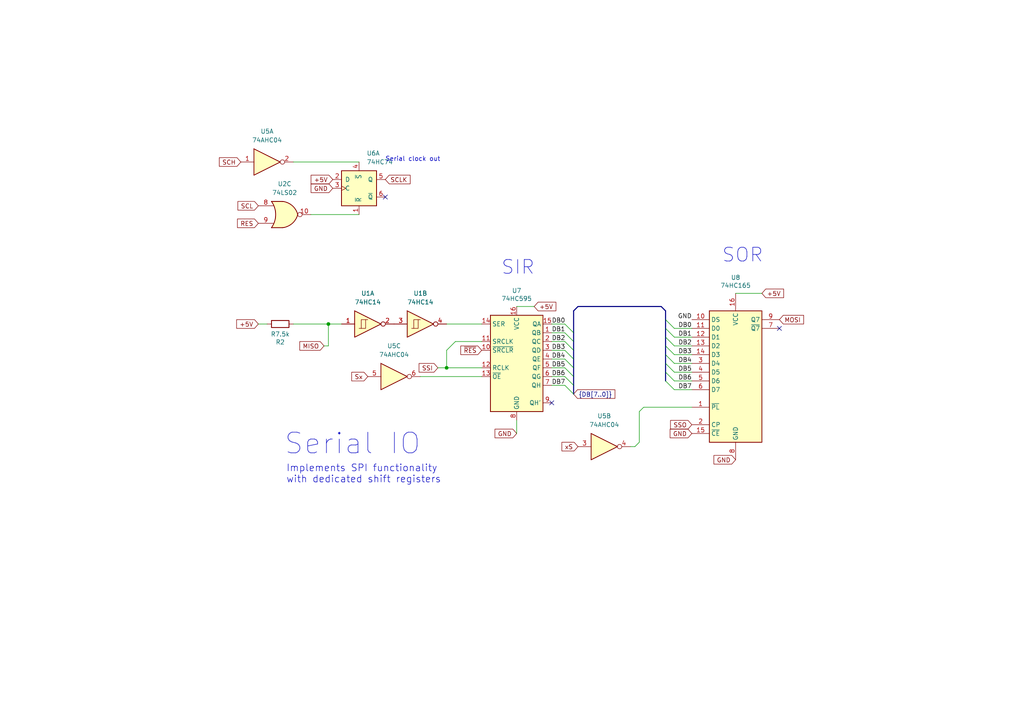
<source format=kicad_sch>
(kicad_sch (version 20231120) (generator "eeschema") (generator_version "8.0")
  (paper "A4")
  (title_block (title "Myth Microcontroller Project") (date "2024-09-19") (rev "1") (company "Picwok.com") (comment 1 "Project Contact: mim@ok-schalter.de (Michael)") (comment 2 "Author: Copyr. 2024 Michael Mangelsdorf/Dosflange@github") (comment 3 "Input-Output Module") (comment 4 "Serial IO"))
  (lib_symbols
    (symbol "74xx:74AHC04"
      (property "Reference" "U" (at 0 1.27 0))
      (property "Value" "74AHC04" (at 0 -1.27 0))
      (symbol "74AHC04_1_0"
        (polyline (pts (xy -3.81 3.81) (xy -3.81 -3.81) (xy 3.81 0) (xy -3.81 3.81)) (stroke (width 0.254)) (fill (type background)))
        (pin input line (at -7.62 0 0) (length 3.81) (name "~") (number "1"))
        (pin output inverted (at 7.62 0 180) (length 3.81) (name "~") (number "2"))
      )
      (symbol "74AHC04_2_0"
        (polyline (pts (xy -3.81 3.81) (xy -3.81 -3.81) (xy 3.81 0) (xy -3.81 3.81)) (stroke (width 0.254)) (fill (type background)))
        (pin input line (at -7.62 0 0) (length 3.81) (name "~") (number "3"))
        (pin output inverted (at 7.62 0 180) (length 3.81) (name "~") (number "4"))
      )
      (symbol "74AHC04_3_0"
        (polyline (pts (xy -3.81 3.81) (xy -3.81 -3.81) (xy 3.81 0) (xy -3.81 3.81)) (stroke (width 0.254)) (fill (type background)))
        (pin input line (at -7.62 0 0) (length 3.81) (name "~") (number "5"))
        (pin output inverted (at 7.62 0 180) (length 3.81) (name "~") (number "6"))
      )
      (symbol "74AHC04_4_0"
        (polyline (pts (xy -3.81 3.81) (xy -3.81 -3.81) (xy 3.81 0) (xy -3.81 3.81)) (stroke (width 0.254)) (fill (type background)))
        (pin output inverted (at 7.62 0 180) (length 3.81) (name "~") (number "8"))
        (pin input line (at -7.62 0 0) (length 3.81) (name "~") (number "9"))
      )
      (symbol "74AHC04_5_0"
        (polyline (pts (xy -3.81 3.81) (xy -3.81 -3.81) (xy 3.81 0) (xy -3.81 3.81)) (stroke (width 0.254)) (fill (type background)))
        (pin output inverted (at 7.62 0 180) (length 3.81) (name "~") (number "10"))
        (pin input line (at -7.62 0 0) (length 3.81) (name "~") (number "11"))
      )
      (symbol "74AHC04_6_0"
        (polyline (pts (xy -3.81 3.81) (xy -3.81 -3.81) (xy 3.81 0) (xy -3.81 3.81)) (stroke (width 0.254)) (fill (type background)))
        (pin output inverted (at 7.62 0 180) (length 3.81) (name "~") (number "12"))
        (pin input line (at -7.62 0 0) (length 3.81) (name "~") (number "13"))
      )
      (symbol "74AHC04_7_0"
        (pin power_in line (at 0 12.7 270) (length 5.08) (name "VCC") (number "14"))
        (pin power_in line (at 0 -12.7 90) (length 5.08) (name "GND") (number "7"))
      )
      (symbol "74AHC04_7_1"
        (rectangle (start -5.08 7.62) (end 5.08 -7.62) (stroke (width 0.254)) (fill (type background)))
      )
    )
    (symbol "74xx:74HC14" (pin_names (offset 1.016))
      (property "Reference" "U" (at 0 1.27 0))
      (property "Value" "74HC14" (at 0 -1.27 0))
      (symbol "74HC14_1_0"
        (polyline (pts (xy -3.81 3.81) (xy -3.81 -3.81) (xy 3.81 0) (xy -3.81 3.81)) (stroke (width 0.254)) (fill (type background)))
        (pin input line (at -7.62 0 0) (length 3.81) (name "~") (number "1"))
        (pin output inverted (at 7.62 0 180) (length 3.81) (name "~") (number "2"))
      )
      (symbol "74HC14_1_1"
        (polyline (pts (xy -1.905 -1.27) (xy -1.905 1.27) (xy -0.635 1.27)))
        (polyline (pts (xy -2.54 -1.27) (xy -0.635 -1.27) (xy -0.635 1.27) (xy 0 1.27)))
      )
      (symbol "74HC14_2_0"
        (polyline (pts (xy -3.81 3.81) (xy -3.81 -3.81) (xy 3.81 0) (xy -3.81 3.81)) (stroke (width 0.254)) (fill (type background)))
        (pin input line (at -7.62 0 0) (length 3.81) (name "~") (number "3"))
        (pin output inverted (at 7.62 0 180) (length 3.81) (name "~") (number "4"))
      )
      (symbol "74HC14_2_1"
        (polyline (pts (xy -1.905 -1.27) (xy -1.905 1.27) (xy -0.635 1.27)))
        (polyline (pts (xy -2.54 -1.27) (xy -0.635 -1.27) (xy -0.635 1.27) (xy 0 1.27)))
      )
      (symbol "74HC14_3_0"
        (polyline (pts (xy -3.81 3.81) (xy -3.81 -3.81) (xy 3.81 0) (xy -3.81 3.81)) (stroke (width 0.254)) (fill (type background)))
        (pin input line (at -7.62 0 0) (length 3.81) (name "~") (number "5"))
        (pin output inverted (at 7.62 0 180) (length 3.81) (name "~") (number "6"))
      )
      (symbol "74HC14_3_1"
        (polyline (pts (xy -1.905 -1.27) (xy -1.905 1.27) (xy -0.635 1.27)))
        (polyline (pts (xy -2.54 -1.27) (xy -0.635 -1.27) (xy -0.635 1.27) (xy 0 1.27)))
      )
      (symbol "74HC14_4_0"
        (polyline (pts (xy -3.81 3.81) (xy -3.81 -3.81) (xy 3.81 0) (xy -3.81 3.81)) (stroke (width 0.254)) (fill (type background)))
        (pin output inverted (at 7.62 0 180) (length 3.81) (name "~") (number "8"))
        (pin input line (at -7.62 0 0) (length 3.81) (name "~") (number "9"))
      )
      (symbol "74HC14_4_1"
        (polyline (pts (xy -1.905 -1.27) (xy -1.905 1.27) (xy -0.635 1.27)))
        (polyline (pts (xy -2.54 -1.27) (xy -0.635 -1.27) (xy -0.635 1.27) (xy 0 1.27)))
      )
      (symbol "74HC14_5_0"
        (polyline (pts (xy -3.81 3.81) (xy -3.81 -3.81) (xy 3.81 0) (xy -3.81 3.81)) (stroke (width 0.254)) (fill (type background)))
        (pin output inverted (at 7.62 0 180) (length 3.81) (name "~") (number "10"))
        (pin input line (at -7.62 0 0) (length 3.81) (name "~") (number "11"))
      )
      (symbol "74HC14_5_1"
        (polyline (pts (xy -1.905 -1.27) (xy -1.905 1.27) (xy -0.635 1.27)))
        (polyline (pts (xy -2.54 -1.27) (xy -0.635 -1.27) (xy -0.635 1.27) (xy 0 1.27)))
      )
      (symbol "74HC14_6_0"
        (polyline (pts (xy -3.81 3.81) (xy -3.81 -3.81) (xy 3.81 0) (xy -3.81 3.81)) (stroke (width 0.254)) (fill (type background)))
        (pin output inverted (at 7.62 0 180) (length 3.81) (name "~") (number "12"))
        (pin input line (at -7.62 0 0) (length 3.81) (name "~") (number "13"))
      )
      (symbol "74HC14_6_1"
        (polyline (pts (xy -1.905 -1.27) (xy -1.905 1.27) (xy -0.635 1.27)))
        (polyline (pts (xy -2.54 -1.27) (xy -0.635 -1.27) (xy -0.635 1.27) (xy 0 1.27)))
      )
      (symbol "74HC14_7_0"
        (pin power_in line (at 0 12.7 270) (length 5.08) (name "VCC") (number "14"))
        (pin power_in line (at 0 -12.7 90) (length 5.08) (name "GND") (number "7"))
      )
      (symbol "74HC14_7_1"
        (rectangle (start -5.08 7.62) (end 5.08 -7.62) (stroke (width 0.254)) (fill (type background)))
      )
    )
    (symbol "74xx:74HC165"
      (property "Reference" "U" (at -7.62 19.05 0))
      (property "Value" "74HC165" (at -7.62 -21.59 0))
      (symbol "74HC165_1_0"
        (pin input line (at -12.7 -10.16 0) (length 5.08) (name "~{PL}") (number "1"))
        (pin input line (at -12.7 15.24 0) (length 5.08) (name "DS") (number "10"))
        (pin input line (at -12.7 12.7 0) (length 5.08) (name "D0") (number "11"))
        (pin input line (at -12.7 10.16 0) (length 5.08) (name "D1") (number "12"))
        (pin input line (at -12.7 7.62 0) (length 5.08) (name "D2") (number "13"))
        (pin input line (at -12.7 5.08 0) (length 5.08) (name "D3") (number "14"))
        (pin input line (at -12.7 -17.78 0) (length 5.08) (name "~{CE}") (number "15"))
        (pin power_in line (at 0 22.86 270) (length 5.08) (name "VCC") (number "16"))
        (pin input line (at -12.7 -15.24 0) (length 5.08) (name "CP") (number "2"))
        (pin input line (at -12.7 2.54 0) (length 5.08) (name "D4") (number "3"))
        (pin input line (at -12.7 0 0) (length 5.08) (name "D5") (number "4"))
        (pin input line (at -12.7 -2.54 0) (length 5.08) (name "D6") (number "5"))
        (pin input line (at -12.7 -5.08 0) (length 5.08) (name "D7") (number "6"))
        (pin output line (at 12.7 12.7 180) (length 5.08) (name "~{Q7}") (number "7"))
        (pin power_in line (at 0 -25.4 90) (length 5.08) (name "GND") (number "8"))
        (pin output line (at 12.7 15.24 180) (length 5.08) (name "Q7") (number "9"))
      )
      (symbol "74HC165_1_1"
        (rectangle (start -7.62 17.78) (end 7.62 -20.32) (stroke (width 0.254)) (fill (type background)))
      )
    )
    (symbol "74xx:74HC595"
      (property "Reference" "U" (at -7.62 13.97 0))
      (property "Value" "74HC595" (at -7.62 -16.51 0))
      (symbol "74HC595_1_0"
        (pin tri_state line (at 10.16 7.62 180) (length 2.54) (name "QB") (number "1"))
        (pin input line (at -10.16 2.54 0) (length 2.54) (name "~{SRCLR}") (number "10"))
        (pin input line (at -10.16 5.08 0) (length 2.54) (name "SRCLK") (number "11"))
        (pin input line (at -10.16 -2.54 0) (length 2.54) (name "RCLK") (number "12"))
        (pin input line (at -10.16 -5.08 0) (length 2.54) (name "~{OE}") (number "13"))
        (pin input line (at -10.16 10.16 0) (length 2.54) (name "SER") (number "14"))
        (pin tri_state line (at 10.16 10.16 180) (length 2.54) (name "QA") (number "15"))
        (pin power_in line (at 0 15.24 270) (length 2.54) (name "VCC") (number "16"))
        (pin tri_state line (at 10.16 5.08 180) (length 2.54) (name "QC") (number "2"))
        (pin tri_state line (at 10.16 2.54 180) (length 2.54) (name "QD") (number "3"))
        (pin tri_state line (at 10.16 0 180) (length 2.54) (name "QE") (number "4"))
        (pin tri_state line (at 10.16 -2.54 180) (length 2.54) (name "QF") (number "5"))
        (pin tri_state line (at 10.16 -5.08 180) (length 2.54) (name "QG") (number "6"))
        (pin tri_state line (at 10.16 -7.62 180) (length 2.54) (name "QH") (number "7"))
        (pin power_in line (at 0 -17.78 90) (length 2.54) (name "GND") (number "8"))
        (pin output line (at 10.16 -12.7 180) (length 2.54) (name "QH'") (number "9"))
      )
      (symbol "74HC595_1_1"
        (rectangle (start -7.62 12.7) (end 7.62 -15.24) (stroke (width 0.254)) (fill (type background)))
      )
    )
    (symbol "74xx:74HC74" (pin_names (offset 1.016))
      (property "Reference" "U" (at -7.62 8.89 0))
      (property "Value" "74HC74" (at -7.62 -8.89 0))
      (symbol "74HC74_1_0"
        (pin input line (at 0 -7.62 90) (length 2.54) (name "~{R}") (number "1"))
        (pin input line (at -7.62 2.54 0) (length 2.54) (name "D") (number "2"))
        (pin input clock (at -7.62 0 0) (length 2.54) (name "C") (number "3"))
        (pin input line (at 0 7.62 270) (length 2.54) (name "~{S}") (number "4"))
        (pin output line (at 7.62 2.54 180) (length 2.54) (name "Q") (number "5"))
        (pin output line (at 7.62 -2.54 180) (length 2.54) (name "~{Q}") (number "6"))
      )
      (symbol "74HC74_1_1"
        (rectangle (start -5.08 5.08) (end 5.08 -5.08) (stroke (width 0.254)) (fill (type background)))
      )
      (symbol "74HC74_2_0"
        (pin input line (at 0 7.62 270) (length 2.54) (name "~{S}") (number "10"))
        (pin input clock (at -7.62 0 0) (length 2.54) (name "C") (number "11"))
        (pin input line (at -7.62 2.54 0) (length 2.54) (name "D") (number "12"))
        (pin input line (at 0 -7.62 90) (length 2.54) (name "~{R}") (number "13"))
        (pin output line (at 7.62 -2.54 180) (length 2.54) (name "~{Q}") (number "8"))
        (pin output line (at 7.62 2.54 180) (length 2.54) (name "Q") (number "9"))
      )
      (symbol "74HC74_2_1"
        (rectangle (start -5.08 5.08) (end 5.08 -5.08) (stroke (width 0.254)) (fill (type background)))
      )
      (symbol "74HC74_3_0"
        (pin power_in line (at 0 10.16 270) (length 2.54) (name "VCC") (number "14"))
        (pin power_in line (at 0 -10.16 90) (length 2.54) (name "GND") (number "7"))
      )
      (symbol "74HC74_3_1"
        (rectangle (start -5.08 7.62) (end 5.08 -7.62) (stroke (width 0.254)) (fill (type background)))
      )
    )
    (symbol "74xx:74LS02" (pin_names (offset 1.016))
      (property "Reference" "U" (at 0 1.27 0))
      (property "Value" "74LS02" (at 0 -1.27 0))
      (symbol "74LS02_1_1"
        (arc (start -3.81 -3.81) (mid -2.589 0) (end -3.81 3.81) (stroke (width 0.254)))
        (arc (start -0.6096 -3.81) (mid 2.1855 -2.584) (end 3.81 0) (stroke (width 0.254)) (fill (type background)))
        (polyline (pts (xy -3.81 -3.81) (xy -0.635 -3.81)) (stroke (width 0.254)) (fill (type background)))
        (polyline (pts (xy -3.81 3.81) (xy -0.635 3.81)) (stroke (width 0.254)) (fill (type background)))
        (polyline (pts (xy -0.635 3.81) (xy -3.81 3.81) (xy -3.81 3.81) (xy -3.556 3.4036) (xy -3.0226 2.2606) (xy -2.6924 1.0414) (xy -2.6162 -0.254) (xy -2.7686 -1.4986) (xy -3.175 -2.7178) (xy -3.81 -3.81) (xy -3.81 -3.81) (xy -0.635 -3.81)) (stroke (width -25.4)) (fill (type background)))
        (arc (start 3.81 0) (mid 2.1928 2.5925) (end -0.6096 3.81) (stroke (width 0.254)) (fill (type background)))
        (pin output inverted (at 7.62 0 180) (length 3.81) (name "~") (number "1"))
        (pin input line (at -7.62 2.54 0) (length 4.318) (name "~") (number "2"))
        (pin input line (at -7.62 -2.54 0) (length 4.318) (name "~") (number "3"))
      )
      (symbol "74LS02_1_2"
        (arc (start 0 -3.81) (mid 3.7934 0) (end 0 3.81) (stroke (width 0.254)) (fill (type background)))
        (polyline (pts (xy 0 3.81) (xy -3.81 3.81) (xy -3.81 -3.81) (xy 0 -3.81)) (stroke (width 0.254)) (fill (type background)))
        (pin output line (at 7.62 0 180) (length 3.81) (name "~") (number "1"))
        (pin input inverted (at -7.62 2.54 0) (length 3.81) (name "~") (number "2"))
        (pin input inverted (at -7.62 -2.54 0) (length 3.81) (name "~") (number "3"))
      )
      (symbol "74LS02_2_1"
        (arc (start -3.81 -3.81) (mid -2.589 0) (end -3.81 3.81) (stroke (width 0.254)))
        (arc (start -0.6096 -3.81) (mid 2.1855 -2.584) (end 3.81 0) (stroke (width 0.254)) (fill (type background)))
        (polyline (pts (xy -3.81 -3.81) (xy -0.635 -3.81)) (stroke (width 0.254)) (fill (type background)))
        (polyline (pts (xy -3.81 3.81) (xy -0.635 3.81)) (stroke (width 0.254)) (fill (type background)))
        (polyline (pts (xy -0.635 3.81) (xy -3.81 3.81) (xy -3.81 3.81) (xy -3.556 3.4036) (xy -3.0226 2.2606) (xy -2.6924 1.0414) (xy -2.6162 -0.254) (xy -2.7686 -1.4986) (xy -3.175 -2.7178) (xy -3.81 -3.81) (xy -3.81 -3.81) (xy -0.635 -3.81)) (stroke (width -25.4)) (fill (type background)))
        (arc (start 3.81 0) (mid 2.1928 2.5925) (end -0.6096 3.81) (stroke (width 0.254)) (fill (type background)))
        (pin output inverted (at 7.62 0 180) (length 3.81) (name "~") (number "4"))
        (pin input line (at -7.62 2.54 0) (length 4.318) (name "~") (number "5"))
        (pin input line (at -7.62 -2.54 0) (length 4.318) (name "~") (number "6"))
      )
      (symbol "74LS02_2_2"
        (arc (start 0 -3.81) (mid 3.7934 0) (end 0 3.81) (stroke (width 0.254)) (fill (type background)))
        (polyline (pts (xy 0 3.81) (xy -3.81 3.81) (xy -3.81 -3.81) (xy 0 -3.81)) (stroke (width 0.254)) (fill (type background)))
        (pin output line (at 7.62 0 180) (length 3.81) (name "~") (number "4"))
        (pin input inverted (at -7.62 2.54 0) (length 3.81) (name "~") (number "5"))
        (pin input inverted (at -7.62 -2.54 0) (length 3.81) (name "~") (number "6"))
      )
      (symbol "74LS02_3_1"
        (arc (start -3.81 -3.81) (mid -2.589 0) (end -3.81 3.81) (stroke (width 0.254)))
        (arc (start -0.6096 -3.81) (mid 2.1855 -2.584) (end 3.81 0) (stroke (width 0.254)) (fill (type background)))
        (polyline (pts (xy -3.81 -3.81) (xy -0.635 -3.81)) (stroke (width 0.254)) (fill (type background)))
        (polyline (pts (xy -3.81 3.81) (xy -0.635 3.81)) (stroke (width 0.254)) (fill (type background)))
        (polyline (pts (xy -0.635 3.81) (xy -3.81 3.81) (xy -3.81 3.81) (xy -3.556 3.4036) (xy -3.0226 2.2606) (xy -2.6924 1.0414) (xy -2.6162 -0.254) (xy -2.7686 -1.4986) (xy -3.175 -2.7178) (xy -3.81 -3.81) (xy -3.81 -3.81) (xy -0.635 -3.81)) (stroke (width -25.4)) (fill (type background)))
        (arc (start 3.81 0) (mid 2.1928 2.5925) (end -0.6096 3.81) (stroke (width 0.254)) (fill (type background)))
        (pin output inverted (at 7.62 0 180) (length 3.81) (name "~") (number "10"))
        (pin input line (at -7.62 2.54 0) (length 4.318) (name "~") (number "8"))
        (pin input line (at -7.62 -2.54 0) (length 4.318) (name "~") (number "9"))
      )
      (symbol "74LS02_3_2"
        (arc (start 0 -3.81) (mid 3.7934 0) (end 0 3.81) (stroke (width 0.254)) (fill (type background)))
        (polyline (pts (xy 0 3.81) (xy -3.81 3.81) (xy -3.81 -3.81) (xy 0 -3.81)) (stroke (width 0.254)) (fill (type background)))
        (pin output line (at 7.62 0 180) (length 3.81) (name "~") (number "10"))
        (pin input inverted (at -7.62 2.54 0) (length 3.81) (name "~") (number "8"))
        (pin input inverted (at -7.62 -2.54 0) (length 3.81) (name "~") (number "9"))
      )
      (symbol "74LS02_4_1"
        (arc (start -3.81 -3.81) (mid -2.589 0) (end -3.81 3.81) (stroke (width 0.254)))
        (arc (start -0.6096 -3.81) (mid 2.1855 -2.584) (end 3.81 0) (stroke (width 0.254)) (fill (type background)))
        (polyline (pts (xy -3.81 -3.81) (xy -0.635 -3.81)) (stroke (width 0.254)) (fill (type background)))
        (polyline (pts (xy -3.81 3.81) (xy -0.635 3.81)) (stroke (width 0.254)) (fill (type background)))
        (polyline (pts (xy -0.635 3.81) (xy -3.81 3.81) (xy -3.81 3.81) (xy -3.556 3.4036) (xy -3.0226 2.2606) (xy -2.6924 1.0414) (xy -2.6162 -0.254) (xy -2.7686 -1.4986) (xy -3.175 -2.7178) (xy -3.81 -3.81) (xy -3.81 -3.81) (xy -0.635 -3.81)) (stroke (width -25.4)) (fill (type background)))
        (arc (start 3.81 0) (mid 2.1928 2.5925) (end -0.6096 3.81) (stroke (width 0.254)) (fill (type background)))
        (pin input line (at -7.62 2.54 0) (length 4.318) (name "~") (number "11"))
        (pin input line (at -7.62 -2.54 0) (length 4.318) (name "~") (number "12"))
        (pin output inverted (at 7.62 0 180) (length 3.81) (name "~") (number "13"))
      )
      (symbol "74LS02_4_2"
        (arc (start 0 -3.81) (mid 3.7934 0) (end 0 3.81) (stroke (width 0.254)) (fill (type background)))
        (polyline (pts (xy 0 3.81) (xy -3.81 3.81) (xy -3.81 -3.81) (xy 0 -3.81)) (stroke (width 0.254)) (fill (type background)))
        (pin input inverted (at -7.62 2.54 0) (length 3.81) (name "~") (number "11"))
        (pin input inverted (at -7.62 -2.54 0) (length 3.81) (name "~") (number "12"))
        (pin output line (at 7.62 0 180) (length 3.81) (name "~") (number "13"))
      )
      (symbol "74LS02_5_0"
        (pin power_in line (at 0 12.7 270) (length 5.08) (name "VCC") (number "14"))
        (pin power_in line (at 0 -12.7 90) (length 5.08) (name "GND") (number "7"))
      )
      (symbol "74LS02_5_1"
        (rectangle (start -5.08 7.62) (end 5.08 -7.62) (stroke (width 0.254)) (fill (type background)))
      )
    )
    (symbol "Device:R" (pin_numbers hide) (pin_names (offset 0))
      (property "Reference" "R" (at 2.032 0 90))
      (property "Value" "R" (at 0 0 90))
      (symbol "R_0_1"
        (rectangle (start -1.016 -2.54) (end 1.016 2.54) (stroke (width 0.254)))
      )
      (symbol "R_1_1"
        (pin passive line (at 0 3.81 270) (length 1.27) (name "~") (number "1"))
        (pin passive line (at 0 -3.81 90) (length 1.27) (name "~") (number "2"))
      )
    )
  )
  (junction (at 129.54 106.68))
  (junction (at 95.25 93.98))
  (no_connect (at 226.06 95.25))
  (no_connect (at 111.76 57.15))
  (no_connect (at 160.02 116.84))
  (bus_entry (at 195.58 100.33) (size -2.54 -2.54))
  (bus_entry (at 195.58 102.87) (size -2.54 -2.54))
  (bus_entry (at 163.83 101.6) (size 2.54 2.54))
  (bus_entry (at 163.83 99.06) (size 2.54 2.54))
  (bus_entry (at 163.83 104.14) (size 2.54 2.54))
  (bus_entry (at 163.83 111.76) (size 2.54 2.54))
  (bus_entry (at 163.83 106.68) (size 2.54 2.54))
  (bus_entry (at 195.58 105.41) (size -2.54 -2.54))
  (bus_entry (at 195.58 97.79) (size -2.54 -2.54))
  (bus_entry (at 163.83 109.22) (size 2.54 2.54))
  (bus_entry (at 163.83 96.52) (size 2.54 2.54))
  (bus_entry (at 163.83 93.98) (size 2.54 2.54))
  (bus_entry (at 195.58 113.03) (size -2.54 -2.54))
  (bus_entry (at 195.58 107.95) (size -2.54 -2.54))
  (bus_entry (at 195.58 110.49) (size -2.54 -2.54))
  (bus_entry (at 195.58 95.25) (size -2.54 -2.54))
  (bus (pts (xy 166.37 104.14) (xy 166.37 106.68)))
  (wire (pts (xy 129.54 101.6) (xy 129.54 106.68)))
  (bus (pts (xy 166.37 90.17) (xy 167.64 88.9)))
  (bus (pts (xy 193.04 107.95) (xy 193.04 110.49)))
  (wire (pts (xy 127 106.68) (xy 129.54 106.68)))
  (bus (pts (xy 166.37 90.17) (xy 166.37 96.52)))
  (wire (pts (xy 77.47 93.98) (xy 74.93 93.98)))
  (wire (pts (xy 85.09 93.98) (xy 95.25 93.98)))
  (bus (pts (xy 166.37 106.68) (xy 166.37 109.22)))
  (wire (pts (xy 182.88 129.54) (xy 184.15 129.54)))
  (bus (pts (xy 193.04 102.87) (xy 193.04 105.41)))
  (bus (pts (xy 193.04 90.17) (xy 193.04 92.71)))
  (wire (pts (xy 185.42 128.27) (xy 184.15 129.54)))
  (bus (pts (xy 166.37 99.06) (xy 166.37 101.6)))
  (bus (pts (xy 166.37 96.52) (xy 166.37 99.06)))
  (wire (pts (xy 195.58 113.03) (xy 200.66 113.03)))
  (wire (pts (xy 195.58 107.95) (xy 200.66 107.95)))
  (wire (pts (xy 160.02 109.22) (xy 163.83 109.22)))
  (wire (pts (xy 200.66 118.11) (xy 186.69 118.11)))
  (wire (pts (xy 195.58 95.25) (xy 200.66 95.25)))
  (bus (pts (xy 166.37 111.76) (xy 166.37 114.3)))
  (wire (pts (xy 90.17 62.23) (xy 104.14 62.23)))
  (wire (pts (xy 160.02 104.14) (xy 163.83 104.14)))
  (wire (pts (xy 195.58 97.79) (xy 200.66 97.79)))
  (wire (pts (xy 95.25 93.98) (xy 99.06 93.98)))
  (wire (pts (xy 195.58 110.49) (xy 200.66 110.49)))
  (wire (pts (xy 195.58 100.33) (xy 200.66 100.33)))
  (wire (pts (xy 132.08 99.06) (xy 139.7 99.06)))
  (bus (pts (xy 191.77 88.9) (xy 193.04 90.17)))
  (bus (pts (xy 166.37 101.6) (xy 166.37 104.14)))
  (wire (pts (xy 160.02 106.68) (xy 163.83 106.68)))
  (wire (pts (xy 160.02 96.52) (xy 163.83 96.52)))
  (wire (pts (xy 220.98 85.09) (xy 213.36 85.09)))
  (wire (pts (xy 121.92 109.22) (xy 139.7 109.22)))
  (wire (pts (xy 93.98 100.33) (xy 95.25 100.33)))
  (wire (pts (xy 160.02 99.06) (xy 163.83 99.06)))
  (bus (pts (xy 193.04 92.71) (xy 193.04 95.25)))
  (wire (pts (xy 185.42 119.38) (xy 185.42 128.27)))
  (bus (pts (xy 193.04 105.41) (xy 193.04 107.95)))
  (bus (pts (xy 166.37 109.22) (xy 166.37 111.76)))
  (wire (pts (xy 95.25 100.33) (xy 95.25 93.98)))
  (wire (pts (xy 149.86 121.92) (xy 149.86 125.73)))
  (bus (pts (xy 167.64 88.9) (xy 191.77 88.9)))
  (wire (pts (xy 129.54 106.68) (xy 139.7 106.68)))
  (wire (pts (xy 160.02 93.98) (xy 163.83 93.98)))
  (wire (pts (xy 195.58 102.87) (xy 200.66 102.87)))
  (wire (pts (xy 195.58 105.41) (xy 200.66 105.41)))
  (wire (pts (xy 186.69 118.11) (xy 185.42 119.38)))
  (wire (pts (xy 160.02 101.6) (xy 163.83 101.6)))
  (wire (pts (xy 129.54 93.98) (xy 139.7 93.98)))
  (wire (pts (xy 149.86 88.9) (xy 154.94 88.9)))
  (bus (pts (xy 193.04 95.25) (xy 193.04 97.79)))
  (wire (pts (xy 160.02 111.76) (xy 163.83 111.76)))
  (wire (pts (xy 85.09 46.99) (xy 104.14 46.99)))
  (wire (pts (xy 132.08 99.06) (xy 129.54 101.6)))
  (bus (pts (xy 193.04 97.79) (xy 193.04 100.33)))
  (bus (pts (xy 193.04 100.33) (xy 193.04 102.87)))
  (text "SOR" (at 209.296 76.454 0) (effects (font (size 4 4)) (justify left bottom)))
  (text "Serial IO" (at 82.296 132.334 0) (effects (font (size 6 6)) (justify left bottom)))
  (text "Implements SPI functionality\nwith dedicated shift registers" (at 83.0072 140.2842 0) (effects (font (size 2 2)) (justify left bottom)))
  (text "SIR" (at 145.288 80.01 0) (effects (font (size 4 4)) (justify left bottom)))
  (text "Serial clock out" (at 111.76 46.99 0) (effects (font (size 1.2954 1.2954)) (justify left bottom)))
  (label "DB6" (at 160.02 109.22 0))
  (label "DB3" (at 200.66 102.87 180))
  (label "DB5" (at 200.66 107.95 180))
  (label "DB0" (at 160.02 93.98 0))
  (label "DB4" (at 200.66 105.41 180))
  (label "DB5" (at 160.02 106.68 0))
  (label "DB3" (at 160.02 101.6 0))
  (label "DB1" (at 200.66 97.79 180))
  (label "DB2" (at 200.66 100.33 180))
  (label "DB7" (at 200.66 113.03 180))
  (label "GND" (at 200.66 92.71 180))
  (label "DB7" (at 160.02 111.76 0))
  (label "DB0" (at 200.66 95.25 180))
  (label "DB1" (at 160.02 96.52 0))
  (label "DB6" (at 200.66 110.49 180))
  (label "DB2" (at 160.02 99.06 0))
  (label "DB4" (at 160.02 104.14 0))
  (global_label "MISO" (shape input) (at 93.98 100.33 180) (property "Intersheetrefs" "${INTERSHEET_REFS}" (effects (hide yes))))
  (global_label "{DB[7..0]}" (shape input) (at 166.37 114.3 0) (property "Intersheetrefs" "${INTERSHEET_REFS}" (effects (hide yes))))
  (global_label "GND" (shape input) (at 213.36 133.35 180) (property "Intersheetrefs" "${INTERSHEET_REFS}" (effects (hide yes))))
  (global_label "SCLK" (shape input) (at 111.76 52.07 0) (property "Intersheetrefs" "${INTERSHEET_REFS}" (effects (hide yes))))
  (global_label "SSO" (shape input) (at 200.66 123.19 180) (property "Intersheetrefs" "${INTERSHEET_REFS}" (effects (hide yes))))
  (global_label "+5V" (shape input) (at 154.94 88.9 0) (property "Intersheetrefs" "${INTERSHEET_REFS}" (effects (hide yes))))
  (global_label "xS" (shape input) (at 167.64 129.54 180) (property "Intersheetrefs" "${INTERSHEET_REFS}" (effects (hide yes))))
  (global_label "~{RES}" (shape input) (at 139.7 101.6 180) (property "Intersheetrefs" "${INTERSHEET_REFS}" (effects (hide yes))))
  (global_label "SCH" (shape input) (at 69.85 46.99 180) (property "Intersheetrefs" "${INTERSHEET_REFS}" (effects (hide yes))))
  (global_label "GND" (shape input) (at 149.86 125.73 180) (property "Intersheetrefs" "${INTERSHEET_REFS}" (effects (hide yes))))
  (global_label "+5V" (shape input) (at 74.93 93.98 180) (property "Intersheetrefs" "${INTERSHEET_REFS}" (effects (hide yes))))
  (global_label "+5V" (shape input) (at 220.98 85.09 0) (property "Intersheetrefs" "${INTERSHEET_REFS}" (effects (hide yes))))
  (global_label "Sx" (shape input) (at 106.68 109.22 180) (property "Intersheetrefs" "${INTERSHEET_REFS}" (effects (hide yes))))
  (global_label "+5V" (shape input) (at 96.52 52.07 180) (property "Intersheetrefs" "${INTERSHEET_REFS}" (effects (hide yes))))
  (global_label "GND" (shape input) (at 96.52 54.61 180) (property "Intersheetrefs" "${INTERSHEET_REFS}" (effects (hide yes))))
  (global_label "GND" (shape input) (at 200.66 125.73 180) (property "Intersheetrefs" "${INTERSHEET_REFS}" (effects (hide yes))))
  (global_label "RES" (shape input) (at 74.93 64.77 180) (property "Intersheetrefs" "${INTERSHEET_REFS}" (effects (hide yes))))
  (global_label "SCL" (shape input) (at 74.93 59.69 180) (property "Intersheetrefs" "${INTERSHEET_REFS}" (effects (hide yes))))
  (global_label "SSI" (shape input) (at 127 106.68 180) (property "Intersheetrefs" "${INTERSHEET_REFS}" (effects (hide yes))))
  (global_label "MOSI" (shape input) (at 226.06 92.71 0) (property "Intersheetrefs" "${INTERSHEET_REFS}" (effects (hide yes))))
  (symbol (lib_id "74xx:74AHC04") (at 77.47 46.99 0) (unit 1)
    (property "Reference" "U5" (at 77.47 38.1 0))
    (property "Value" "74AHC04" (at 77.47 40.64 0))
    (property "Footprint" "Package_DIP:DIP-14_W7.62mm_Socket_LongPads" (effects (hide yes)))
    (property "Datasheet" "https://assets.nexperia.com/documents/data-sheet/74AHC_AHCT04.pdf" (effects (hide yes)))
    (property "Description" "Hex Inverter" (effects (hide yes)))
  )
  (symbol (lib_id "74xx:74HC595") (at 149.86 104.14 0) (unit 1)
    (property "Reference" "U7" (at 149.86 84.3026 0))
    (property "Value" "74HC595" (at 149.86 86.614 0))
    (property "Footprint" "Package_DIP:DIP-16_W7.62mm_Socket_LongPads" (effects (hide yes)))
    (property "Datasheet" "http://www.ti.com/lit/ds/symlink/sn74hc595.pdf" (effects (hide yes)))
  )
  (symbol (lib_id "74xx:74AHC04") (at 114.3 109.22 0) (unit 3)
    (property "Reference" "U5" (at 114.3 100.33 0))
    (property "Value" "74AHC04" (at 114.3 102.87 0))
    (property "Footprint" "Package_DIP:DIP-14_W7.62mm_Socket_LongPads" (effects (hide yes)))
    (property "Datasheet" "https://assets.nexperia.com/documents/data-sheet/74AHC_AHCT04.pdf" (effects (hide yes)))
    (property "Description" "Hex Inverter" (effects (hide yes)))
  )
  (symbol (lib_id "Device:R") (at 81.28 93.98 90) (unit 1)
    (property "Reference" "R2" (at 81.28 99.2378 90))
    (property "Value" "R7.5k" (at 81.28 96.9264 90))
    (property "Footprint" "Resistor_THT:R_Axial_DIN0207_L6.3mm_D2.5mm_P10.16mm_Horizontal" (effects (hide yes)))
  )
  (symbol (lib_id "74xx:74HC14") (at 106.68 93.98 0) (unit 1)
    (property "Reference" "U1" (at 106.68 85.09 0))
    (property "Value" "74HC14" (at 106.68 87.63 0))
    (property "Footprint" "Package_DIP:DIP-14_W7.62mm_Socket_LongPads" (effects (hide yes)))
    (property "Datasheet" "http://www.ti.com/lit/gpn/sn74HC14" (effects (hide yes)))
    (property "Description" "Hex inverter schmitt trigger" (effects (hide yes)))
  )
  (symbol (lib_id "74xx:74HC165") (at 213.36 107.95 0) (unit 1)
    (property "Reference" "U8" (at 213.36 80.4926 0))
    (property "Value" "74HC165" (at 213.36 82.804 0))
    (property "Footprint" "Package_DIP:DIP-16_W7.62mm_Socket_LongPads" (effects (hide yes)))
    (property "Datasheet" "https://assets.nexperia.com/documents/data-sheet/74HC_HCT165.pdf" (effects (hide yes)))
  )
  (symbol (lib_id "74xx:74LS02") (at 82.55 62.23 0) (unit 3)
    (property "Reference" "U2" (at 82.55 53.34 0))
    (property "Value" "74LS02" (at 82.55 55.88 0))
    (property "Footprint" "Package_DIP:DIP-14_W7.62mm_Socket_LongPads" (effects (hide yes)))
    (property "Datasheet" "http://www.ti.com/lit/gpn/sn74ls02" (effects (hide yes)))
    (property "Description" "quad 2-input NOR gate" (effects (hide yes)))
  )
  (symbol (lib_id "74xx:74HC14") (at 121.92 93.98 0) (unit 2)
    (property "Reference" "U1" (at 121.92 85.09 0))
    (property "Value" "74HC14" (at 121.92 87.63 0))
    (property "Footprint" "Package_DIP:DIP-14_W7.62mm_Socket_LongPads" (effects (hide yes)))
    (property "Datasheet" "http://www.ti.com/lit/gpn/sn74HC14" (effects (hide yes)))
    (property "Description" "Hex inverter schmitt trigger" (effects (hide yes)))
  )
  (symbol (lib_id "74xx:74HC74") (at 104.14 54.61 0) (unit 1)
    (property "Reference" "U6" (at 106.3341 44.45 0) (effects (justify left)))
    (property "Value" "74HC74" (at 106.3341 46.99 0) (effects (justify left)))
    (property "Footprint" "Package_DIP:DIP-14_W7.62mm_Socket_LongPads" (effects (hide yes)))
    (property "Datasheet" "74xx/74hc_hct74.pdf" (effects (hide yes)))
    (property "Description" "Dual D Flip-flop, Set & Reset" (effects (hide yes)))
  )
  (symbol (lib_id "74xx:74AHC04") (at 175.26 129.54 0) (unit 2)
    (property "Reference" "U5" (at 175.26 120.65 0))
    (property "Value" "74AHC04" (at 175.26 123.19 0))
    (property "Footprint" "Package_DIP:DIP-14_W7.62mm_Socket_LongPads" (effects (hide yes)))
    (property "Datasheet" "https://assets.nexperia.com/documents/data-sheet/74AHC_AHCT04.pdf" (effects (hide yes)))
    (property "Description" "Hex Inverter" (effects (hide yes)))
  )
)
</source>
